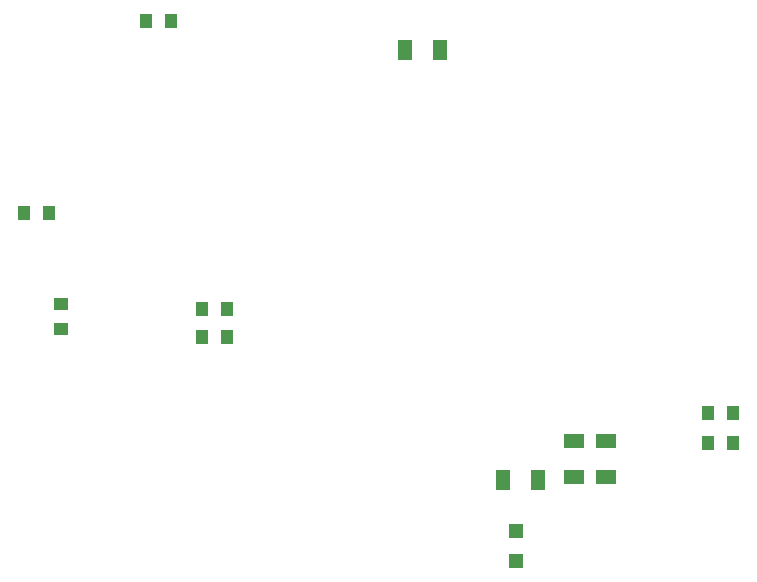
<source format=gbp>
G04*
G04 #@! TF.GenerationSoftware,Altium Limited,Altium Designer,21.9.2 (33)*
G04*
G04 Layer_Color=128*
%FSTAX24Y24*%
%MOIN*%
G70*
G04*
G04 #@! TF.SameCoordinates,9AA07E9A-BA48-4811-965E-F14F798923DF*
G04*
G04*
G04 #@! TF.FilePolarity,Positive*
G04*
G01*
G75*
%ADD27R,0.0512X0.0650*%
%ADD28R,0.0512X0.0394*%
%ADD29R,0.0512X0.0472*%
%ADD71R,0.0394X0.0512*%
%ADD72R,0.0650X0.0512*%
D27*
X050941Y062575D02*
D03*
X049759D02*
D03*
X046496Y07689D02*
D03*
X047677D02*
D03*
D28*
X035039Y068451D02*
D03*
Y067621D02*
D03*
D29*
X050193Y05987D02*
D03*
Y06087D02*
D03*
D71*
X034633Y071457D02*
D03*
X033803D02*
D03*
X037886Y07786D02*
D03*
X038716D02*
D03*
X039732Y067343D02*
D03*
X040562D02*
D03*
X05744Y063815D02*
D03*
X05661D02*
D03*
X039747Y068272D02*
D03*
X040577D02*
D03*
X05744Y064799D02*
D03*
X05661D02*
D03*
D72*
X053189Y062677D02*
D03*
Y063858D02*
D03*
X052126Y062677D02*
D03*
Y063858D02*
D03*
M02*

</source>
